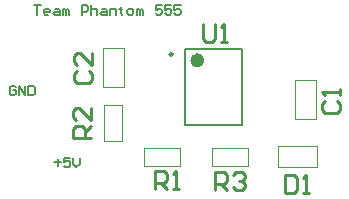
<source format=gto>
G04*
G04 #@! TF.GenerationSoftware,Altium Limited,Altium Designer,21.5.1 (32)*
G04*
G04 Layer_Color=65535*
%FSLAX25Y25*%
%MOIN*%
G70*
G04*
G04 #@! TF.SameCoordinates,27B40785-D3C1-427D-BBF8-63A11A4F9794*
G04*
G04*
G04 #@! TF.FilePolarity,Positive*
G04*
G01*
G75*
%ADD10C,0.00984*%
%ADD11C,0.02362*%
%ADD12C,0.00787*%
%ADD13C,0.00394*%
%ADD14C,0.01000*%
D10*
X165748Y160059D02*
G03*
X165748Y160059I-492J0D01*
G01*
D11*
X175197Y158071D02*
G03*
X175197Y158071I-1181J0D01*
G01*
D12*
X170079Y136417D02*
Y162008D01*
X188976Y136417D02*
Y162008D01*
X170079D02*
X188976D01*
X170079Y136417D02*
X188976D01*
X126378Y124015D02*
X128477D01*
X127427Y125065D02*
Y122966D01*
X131626Y125590D02*
X129526D01*
Y124015D01*
X130576Y124540D01*
X131101D01*
X131626Y124015D01*
Y122966D01*
X131101Y122441D01*
X130051D01*
X129526Y122966D01*
X132675Y125590D02*
Y123491D01*
X133725Y122441D01*
X134774Y123491D01*
Y125590D01*
X119685Y176377D02*
X121784D01*
X120735D01*
Y173228D01*
X124408D02*
X123358D01*
X122834Y173753D01*
Y174803D01*
X123358Y175327D01*
X124408D01*
X124933Y174803D01*
Y174278D01*
X122834D01*
X126507Y175327D02*
X127557D01*
X128081Y174803D01*
Y173228D01*
X126507D01*
X125982Y173753D01*
X126507Y174278D01*
X128081D01*
X129131Y173228D02*
Y175327D01*
X129656D01*
X130180Y174803D01*
Y173228D01*
Y174803D01*
X130705Y175327D01*
X131230Y174803D01*
Y173228D01*
X135428D02*
Y176377D01*
X137002D01*
X137527Y175852D01*
Y174803D01*
X137002Y174278D01*
X135428D01*
X138577Y176377D02*
Y173228D01*
Y174803D01*
X139101Y175327D01*
X140151D01*
X140676Y174803D01*
Y173228D01*
X142250Y175327D02*
X143299D01*
X143824Y174803D01*
Y173228D01*
X142250D01*
X141725Y173753D01*
X142250Y174278D01*
X143824D01*
X144874Y173228D02*
Y175327D01*
X146448D01*
X146973Y174803D01*
Y173228D01*
X148547Y175852D02*
Y175327D01*
X148022D01*
X149072D01*
X148547D01*
Y173753D01*
X149072Y173228D01*
X151171D02*
X152220D01*
X152745Y173753D01*
Y174803D01*
X152220Y175327D01*
X151171D01*
X150646Y174803D01*
Y173753D01*
X151171Y173228D01*
X153795D02*
Y175327D01*
X154320D01*
X154844Y174803D01*
Y173228D01*
Y174803D01*
X155369Y175327D01*
X155894Y174803D01*
Y173228D01*
X162191Y176377D02*
X160092D01*
Y174803D01*
X161142Y175327D01*
X161666D01*
X162191Y174803D01*
Y173753D01*
X161666Y173228D01*
X160617D01*
X160092Y173753D01*
X165340Y176377D02*
X163241D01*
Y174803D01*
X164290Y175327D01*
X164815D01*
X165340Y174803D01*
Y173753D01*
X164815Y173228D01*
X163765D01*
X163241Y173753D01*
X168488Y176377D02*
X166389D01*
Y174803D01*
X167439Y175327D01*
X167963D01*
X168488Y174803D01*
Y173753D01*
X167963Y173228D01*
X166914D01*
X166389Y173753D01*
X113516Y149081D02*
X112992Y149605D01*
X111942D01*
X111417Y149081D01*
Y146982D01*
X111942Y146457D01*
X112992D01*
X113516Y146982D01*
Y148031D01*
X112467D01*
X114566Y146457D02*
Y149605D01*
X116665Y146457D01*
Y149605D01*
X117715D02*
Y146457D01*
X119289D01*
X119814Y146982D01*
Y149081D01*
X119289Y149605D01*
X117715D01*
D13*
X156205Y122984D02*
X168205D01*
X156205D02*
Y128984D01*
X168205D01*
Y122984D02*
Y128984D01*
X142563Y162012D02*
X149563D01*
X142563Y149012D02*
Y162012D01*
Y149012D02*
X149563D01*
Y162012D01*
X206736Y151382D02*
X213736D01*
X206736Y138382D02*
Y151382D01*
Y138382D02*
X213736D01*
Y151382D01*
X143063Y143205D02*
X149063D01*
X143063Y131205D02*
Y143205D01*
Y131205D02*
X149063D01*
Y143205D01*
X190842Y122984D02*
Y128984D01*
X178842D02*
X190842D01*
X178842Y122984D02*
Y128984D01*
Y122984D02*
X190842D01*
X200831Y129484D02*
X213831D01*
Y122484D02*
Y129484D01*
X200831Y122484D02*
X213831D01*
X200831D02*
Y129484D01*
D14*
X175923Y170322D02*
Y165323D01*
X176922Y164324D01*
X178922D01*
X179921Y165323D01*
Y170322D01*
X181921Y164324D02*
X183920D01*
X182920D01*
Y170322D01*
X181921Y169322D01*
X180041Y114717D02*
Y120716D01*
X183040D01*
X184040Y119716D01*
Y117717D01*
X183040Y116717D01*
X180041D01*
X182040D02*
X184040Y114717D01*
X186039Y119716D02*
X187039Y120716D01*
X189038D01*
X190038Y119716D01*
Y118716D01*
X189038Y117717D01*
X188038D01*
X189038D01*
X190038Y116717D01*
Y115717D01*
X189038Y114717D01*
X187039D01*
X186039Y115717D01*
X138432Y132206D02*
X132434D01*
Y135205D01*
X133434Y136205D01*
X135433D01*
X136433Y135205D01*
Y132206D01*
Y134206D02*
X138432Y136205D01*
Y142203D02*
Y138204D01*
X134433Y142203D01*
X133434D01*
X132434Y141203D01*
Y139204D01*
X133434Y138204D01*
X159781Y115111D02*
Y121109D01*
X162780D01*
X163779Y120110D01*
Y118110D01*
X162780Y117111D01*
X159781D01*
X161780D02*
X163779Y115111D01*
X165779D02*
X167778D01*
X166779D01*
Y121109D01*
X165779Y120110D01*
X203088Y119928D02*
Y113930D01*
X206087D01*
X207087Y114930D01*
Y118929D01*
X206087Y119928D01*
X203088D01*
X209086Y113930D02*
X211085D01*
X210086D01*
Y119928D01*
X209086Y118929D01*
X133827Y154512D02*
X132828Y153513D01*
Y151513D01*
X133827Y150513D01*
X137826D01*
X138826Y151513D01*
Y153513D01*
X137826Y154512D01*
X138826Y160510D02*
Y156511D01*
X134827Y160510D01*
X133827D01*
X132828Y159511D01*
Y157511D01*
X133827Y156511D01*
X216505Y144488D02*
X215505Y143489D01*
Y141489D01*
X216505Y140489D01*
X220503D01*
X221503Y141489D01*
Y143489D01*
X220503Y144488D01*
X221503Y146488D02*
Y148487D01*
Y147487D01*
X215505D01*
X216505Y146488D01*
M02*

</source>
